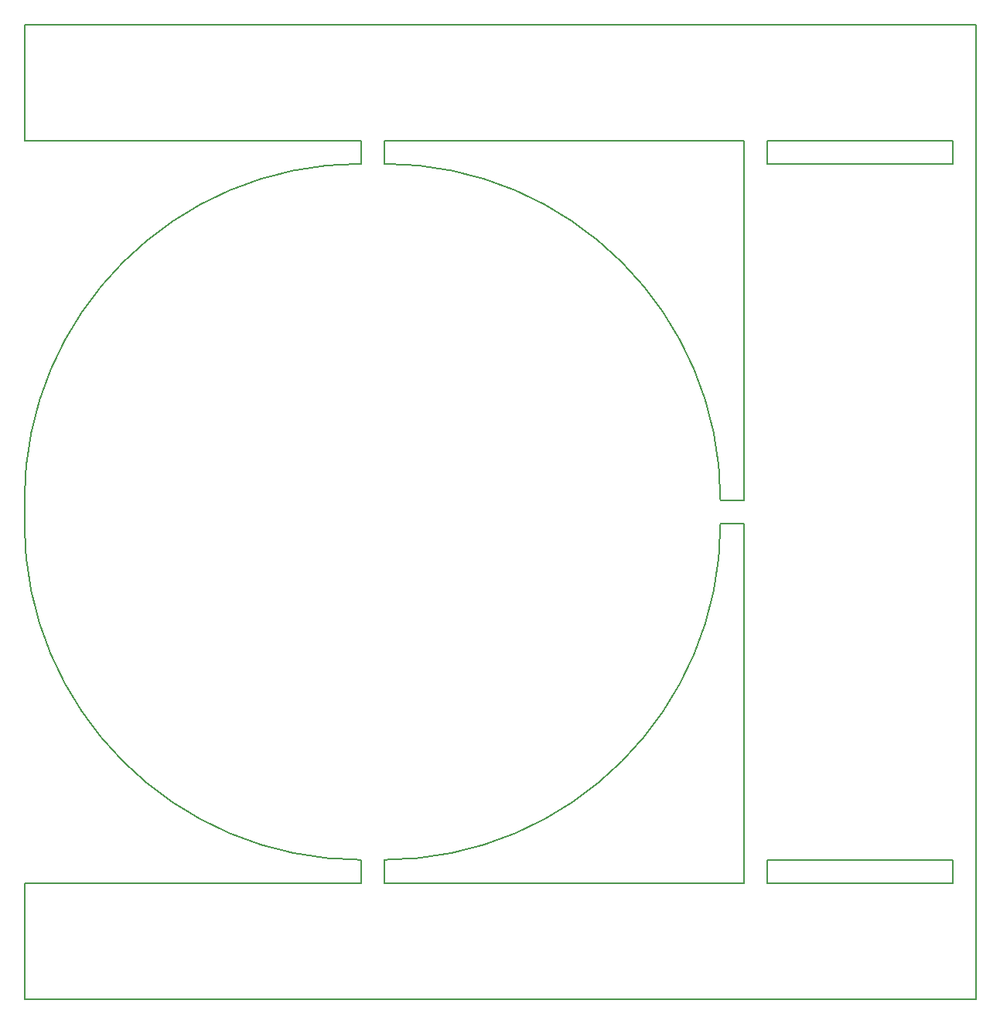
<source format=gbr>
G04 (created by PCBNEW (2013-07-07 BZR 4022)-stable) date 11/9/2013 7:35:54 PM*
%MOIN*%
G04 Gerber Fmt 3.4, Leading zero omitted, Abs format*
%FSLAX34Y34*%
G01*
G70*
G90*
G04 APERTURE LIST*
%ADD10C,0.006*%
%ADD11C,0.005*%
G04 APERTURE END LIST*
G54D10*
G54D11*
X41000Y36000D02*
X41000Y37000D01*
X40000Y37000D02*
X32000Y37000D01*
X40000Y36000D02*
X40000Y37000D01*
X32000Y36000D02*
X40000Y36000D01*
X32000Y37000D02*
X32000Y36000D01*
X31000Y37000D02*
X31000Y36000D01*
X15500Y37000D02*
X31000Y37000D01*
X15500Y36000D02*
X15500Y37000D01*
X14500Y37000D02*
X14500Y36000D01*
X0Y37000D02*
X14500Y37000D01*
X0Y42000D02*
X0Y37000D01*
X41000Y42000D02*
X0Y42000D01*
X41000Y37000D02*
X41000Y42000D01*
X15500Y5000D02*
X15500Y6000D01*
X31000Y5000D02*
X15500Y5000D01*
X40000Y5000D02*
X32000Y5000D01*
X41000Y4500D02*
X41000Y6000D01*
X40000Y6000D02*
X40000Y5000D01*
X32000Y6000D02*
X40000Y6000D01*
X32000Y6000D02*
X32000Y5000D01*
X31000Y6000D02*
X31000Y5000D01*
X41000Y0D02*
X41000Y4500D01*
X0Y0D02*
X41000Y0D01*
X0Y5000D02*
X0Y0D01*
X14500Y5000D02*
X14500Y6000D01*
X0Y5000D02*
X14500Y5000D01*
X0Y21500D02*
X0Y20500D01*
X30000Y21500D02*
G75*
G03X15500Y36000I-14500J0D01*
G74*
G01*
X15500Y6000D02*
G75*
G03X30000Y20500I0J14500D01*
G74*
G01*
X14500Y36000D02*
G75*
G03X0Y21500I0J-14500D01*
G74*
G01*
X0Y20500D02*
G75*
G03X14500Y6000I14500J0D01*
G74*
G01*
X30000Y21500D02*
X31000Y21500D01*
X31000Y21500D02*
X31000Y36000D01*
X31000Y6000D02*
X31000Y20500D01*
X31000Y20500D02*
X30000Y20500D01*
X41000Y36000D02*
X41000Y6000D01*
M02*

</source>
